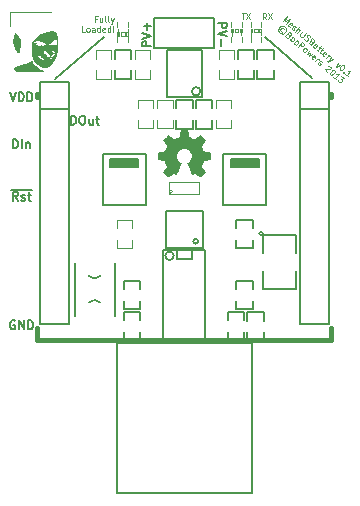
<source format=gto>
G04 (created by PCBNEW (2013-mar-13)-testing) date Sun 15 Sep 2013 23:58:05 EST*
%MOIN*%
G04 Gerber Fmt 3.4, Leading zero omitted, Abs format*
%FSLAX34Y34*%
G01*
G70*
G90*
G04 APERTURE LIST*
%ADD10C,0.005906*%
%ADD11C,0.007382*%
%ADD12C,0.006398*%
%ADD13C,0.004921*%
%ADD14C,0.005000*%
%ADD15C,0.006000*%
%ADD16C,0.006500*%
%ADD17C,0.008000*%
%ADD18C,0.004700*%
%ADD19C,0.004000*%
%ADD20C,0.002600*%
%ADD21C,0.003100*%
%ADD22C,0.000100*%
%ADD23C,0.015000*%
%ADD24C,0.003445*%
G04 APERTURE END LIST*
G54D10*
G54D11*
X399Y9854D02*
X300Y9995D01*
X230Y9854D02*
X230Y10149D01*
X343Y10149D01*
X371Y10135D01*
X385Y10121D01*
X399Y10093D01*
X399Y10051D01*
X385Y10023D01*
X371Y10009D01*
X343Y9995D01*
X230Y9995D01*
X511Y9868D02*
X539Y9854D01*
X596Y9854D01*
X624Y9868D01*
X638Y9896D01*
X638Y9910D01*
X624Y9938D01*
X596Y9953D01*
X553Y9953D01*
X525Y9967D01*
X511Y9995D01*
X511Y10009D01*
X525Y10037D01*
X553Y10051D01*
X596Y10051D01*
X624Y10037D01*
X722Y10051D02*
X835Y10051D01*
X764Y10149D02*
X764Y9896D01*
X778Y9868D01*
X807Y9854D01*
X835Y9854D01*
X160Y10200D02*
X863Y10200D01*
X230Y11597D02*
X230Y11892D01*
X300Y11892D01*
X343Y11878D01*
X371Y11850D01*
X385Y11822D01*
X399Y11765D01*
X399Y11723D01*
X385Y11667D01*
X371Y11639D01*
X343Y11611D01*
X300Y11597D01*
X230Y11597D01*
X525Y11597D02*
X525Y11892D01*
X666Y11793D02*
X666Y11597D01*
X666Y11765D02*
X680Y11779D01*
X708Y11793D01*
X750Y11793D01*
X778Y11779D01*
X793Y11751D01*
X793Y11597D01*
X2164Y12384D02*
X2164Y12679D01*
X2234Y12679D01*
X2276Y12665D01*
X2304Y12637D01*
X2318Y12609D01*
X2332Y12553D01*
X2332Y12511D01*
X2318Y12454D01*
X2304Y12426D01*
X2276Y12398D01*
X2234Y12384D01*
X2164Y12384D01*
X2515Y12679D02*
X2571Y12679D01*
X2600Y12665D01*
X2628Y12637D01*
X2642Y12581D01*
X2642Y12482D01*
X2628Y12426D01*
X2600Y12398D01*
X2571Y12384D01*
X2515Y12384D01*
X2487Y12398D01*
X2459Y12426D01*
X2445Y12482D01*
X2445Y12581D01*
X2459Y12637D01*
X2487Y12665D01*
X2515Y12679D01*
X2895Y12581D02*
X2895Y12384D01*
X2768Y12581D02*
X2768Y12426D01*
X2782Y12398D01*
X2811Y12384D01*
X2853Y12384D01*
X2881Y12398D01*
X2895Y12412D01*
X2993Y12581D02*
X3106Y12581D01*
X3035Y12679D02*
X3035Y12426D01*
X3050Y12398D01*
X3078Y12384D01*
X3106Y12384D01*
X286Y5844D02*
X258Y5858D01*
X216Y5858D01*
X174Y5844D01*
X146Y5816D01*
X132Y5788D01*
X118Y5732D01*
X118Y5689D01*
X132Y5633D01*
X146Y5605D01*
X174Y5577D01*
X216Y5563D01*
X244Y5563D01*
X286Y5577D01*
X300Y5591D01*
X300Y5689D01*
X244Y5689D01*
X427Y5563D02*
X427Y5858D01*
X596Y5563D01*
X596Y5858D01*
X736Y5563D02*
X736Y5858D01*
X807Y5858D01*
X849Y5844D01*
X877Y5816D01*
X891Y5788D01*
X905Y5732D01*
X905Y5689D01*
X891Y5633D01*
X877Y5605D01*
X849Y5577D01*
X807Y5563D01*
X736Y5563D01*
G54D12*
X118Y13467D02*
X216Y13171D01*
X314Y13467D01*
X413Y13171D02*
X413Y13467D01*
X483Y13467D01*
X525Y13453D01*
X553Y13425D01*
X568Y13396D01*
X582Y13340D01*
X582Y13298D01*
X568Y13242D01*
X553Y13214D01*
X525Y13185D01*
X483Y13171D01*
X413Y13171D01*
X708Y13171D02*
X708Y13467D01*
X778Y13467D01*
X821Y13453D01*
X849Y13425D01*
X863Y13396D01*
X877Y13340D01*
X877Y13298D01*
X863Y13242D01*
X849Y13214D01*
X821Y13185D01*
X778Y13171D01*
X708Y13171D01*
G54D13*
X8667Y15891D02*
X8602Y15985D01*
X8555Y15891D02*
X8555Y16088D01*
X8630Y16088D01*
X8649Y16078D01*
X8658Y16069D01*
X8667Y16050D01*
X8667Y16022D01*
X8658Y16003D01*
X8649Y15994D01*
X8630Y15985D01*
X8555Y15985D01*
X8733Y16088D02*
X8864Y15891D01*
X8864Y16088D02*
X8733Y15891D01*
X7850Y16088D02*
X7962Y16088D01*
X7906Y15891D02*
X7906Y16088D01*
X8009Y16088D02*
X8140Y15891D01*
X8140Y16088D02*
X8009Y15891D01*
X3023Y15903D02*
X2958Y15903D01*
X2958Y15800D02*
X2958Y15997D01*
X3051Y15997D01*
X3211Y15931D02*
X3211Y15800D01*
X3126Y15931D02*
X3126Y15828D01*
X3136Y15810D01*
X3154Y15800D01*
X3182Y15800D01*
X3201Y15810D01*
X3211Y15819D01*
X3332Y15800D02*
X3314Y15810D01*
X3304Y15828D01*
X3304Y15997D01*
X3436Y15800D02*
X3417Y15810D01*
X3407Y15828D01*
X3407Y15997D01*
X3492Y15931D02*
X3539Y15800D01*
X3586Y15931D02*
X3539Y15800D01*
X3520Y15753D01*
X3511Y15744D01*
X3492Y15735D01*
X2620Y15475D02*
X2526Y15475D01*
X2526Y15672D01*
X2714Y15475D02*
X2695Y15485D01*
X2686Y15494D01*
X2676Y15513D01*
X2676Y15569D01*
X2686Y15588D01*
X2695Y15597D01*
X2714Y15607D01*
X2742Y15607D01*
X2761Y15597D01*
X2770Y15588D01*
X2779Y15569D01*
X2779Y15513D01*
X2770Y15494D01*
X2761Y15485D01*
X2742Y15475D01*
X2714Y15475D01*
X2948Y15475D02*
X2948Y15579D01*
X2939Y15597D01*
X2920Y15607D01*
X2883Y15607D01*
X2864Y15597D01*
X2948Y15485D02*
X2929Y15475D01*
X2883Y15475D01*
X2864Y15485D01*
X2854Y15504D01*
X2854Y15522D01*
X2864Y15541D01*
X2883Y15550D01*
X2929Y15550D01*
X2948Y15560D01*
X3126Y15475D02*
X3126Y15672D01*
X3126Y15485D02*
X3107Y15475D01*
X3070Y15475D01*
X3051Y15485D01*
X3042Y15494D01*
X3032Y15513D01*
X3032Y15569D01*
X3042Y15588D01*
X3051Y15597D01*
X3070Y15607D01*
X3107Y15607D01*
X3126Y15597D01*
X3295Y15485D02*
X3276Y15475D01*
X3239Y15475D01*
X3220Y15485D01*
X3211Y15504D01*
X3211Y15579D01*
X3220Y15597D01*
X3239Y15607D01*
X3276Y15607D01*
X3295Y15597D01*
X3304Y15579D01*
X3304Y15560D01*
X3211Y15541D01*
X3473Y15475D02*
X3473Y15672D01*
X3473Y15485D02*
X3454Y15475D01*
X3417Y15475D01*
X3398Y15485D01*
X3389Y15494D01*
X3379Y15513D01*
X3379Y15569D01*
X3389Y15588D01*
X3398Y15597D01*
X3417Y15607D01*
X3454Y15607D01*
X3473Y15597D01*
X3567Y15494D02*
X3576Y15485D01*
X3567Y15475D01*
X3557Y15485D01*
X3567Y15494D01*
X3567Y15475D01*
X3567Y15550D02*
X3557Y15663D01*
X3567Y15672D01*
X3576Y15663D01*
X3567Y15550D01*
X3567Y15672D01*
G54D11*
X4818Y14999D02*
X4523Y14999D01*
X4523Y15111D01*
X4537Y15139D01*
X4551Y15153D01*
X4579Y15167D01*
X4621Y15167D01*
X4649Y15153D01*
X4663Y15139D01*
X4678Y15111D01*
X4678Y14999D01*
X4523Y15252D02*
X4818Y15350D01*
X4523Y15449D01*
X4706Y15547D02*
X4706Y15772D01*
X4818Y15660D02*
X4593Y15660D01*
X7051Y15772D02*
X7346Y15772D01*
X7346Y15660D01*
X7332Y15631D01*
X7318Y15617D01*
X7290Y15603D01*
X7248Y15603D01*
X7220Y15617D01*
X7206Y15631D01*
X7192Y15660D01*
X7192Y15772D01*
X7346Y15519D02*
X7051Y15420D01*
X7346Y15322D01*
X7163Y15224D02*
X7163Y14999D01*
G54D13*
X9224Y15838D02*
X9352Y15988D01*
X9310Y15838D01*
X9452Y15903D01*
X9324Y15753D01*
X9458Y15651D02*
X9438Y15656D01*
X9409Y15680D01*
X9401Y15699D01*
X9406Y15720D01*
X9455Y15777D01*
X9474Y15785D01*
X9495Y15780D01*
X9523Y15755D01*
X9531Y15736D01*
X9526Y15716D01*
X9514Y15702D01*
X9431Y15748D01*
X9522Y15596D02*
X9530Y15577D01*
X9559Y15552D01*
X9579Y15547D01*
X9599Y15555D01*
X9605Y15562D01*
X9610Y15583D01*
X9602Y15602D01*
X9580Y15620D01*
X9572Y15640D01*
X9577Y15660D01*
X9583Y15667D01*
X9603Y15675D01*
X9623Y15670D01*
X9644Y15652D01*
X9652Y15633D01*
X9645Y15479D02*
X9772Y15629D01*
X9709Y15424D02*
X9776Y15503D01*
X9781Y15523D01*
X9773Y15542D01*
X9751Y15561D01*
X9731Y15566D01*
X9718Y15565D01*
X9908Y15513D02*
X9804Y15392D01*
X9799Y15372D01*
X9800Y15358D01*
X9808Y15339D01*
X9837Y15315D01*
X9857Y15310D01*
X9871Y15311D01*
X9890Y15319D01*
X9993Y15440D01*
X9936Y15243D02*
X9951Y15217D01*
X9987Y15187D01*
X10007Y15182D01*
X10020Y15183D01*
X10040Y15191D01*
X10052Y15205D01*
X10057Y15226D01*
X10056Y15239D01*
X10048Y15258D01*
X10025Y15290D01*
X10017Y15309D01*
X10016Y15322D01*
X10021Y15343D01*
X10033Y15357D01*
X10052Y15365D01*
X10066Y15366D01*
X10086Y15361D01*
X10122Y15331D01*
X10137Y15305D01*
X10196Y15144D02*
X10211Y15118D01*
X10213Y15105D01*
X10207Y15085D01*
X10189Y15063D01*
X10170Y15055D01*
X10157Y15054D01*
X10136Y15059D01*
X10079Y15108D01*
X10207Y15257D01*
X10257Y15215D01*
X10265Y15196D01*
X10266Y15182D01*
X10261Y15162D01*
X10249Y15148D01*
X10230Y15140D01*
X10217Y15139D01*
X10196Y15144D01*
X10146Y15186D01*
X10293Y14925D02*
X10360Y15004D01*
X10365Y15024D01*
X10357Y15043D01*
X10329Y15068D01*
X10308Y15073D01*
X10299Y14932D02*
X10279Y14937D01*
X10243Y14968D01*
X10235Y14987D01*
X10240Y15007D01*
X10252Y15022D01*
X10272Y15030D01*
X10292Y15025D01*
X10328Y14994D01*
X10348Y14989D01*
X10428Y14982D02*
X10485Y14934D01*
X10492Y15014D02*
X10383Y14886D01*
X10378Y14865D01*
X10386Y14846D01*
X10400Y14834D01*
X10514Y14909D02*
X10571Y14861D01*
X10578Y14941D02*
X10468Y14813D01*
X10463Y14792D01*
X10471Y14773D01*
X10486Y14761D01*
X10599Y14677D02*
X10578Y14682D01*
X10550Y14706D01*
X10542Y14725D01*
X10547Y14746D01*
X10595Y14803D01*
X10615Y14811D01*
X10635Y14806D01*
X10664Y14781D01*
X10672Y14762D01*
X10667Y14742D01*
X10654Y14728D01*
X10571Y14774D01*
X10664Y14609D02*
X10749Y14708D01*
X10725Y14680D02*
X10744Y14688D01*
X10757Y14689D01*
X10778Y14684D01*
X10792Y14672D01*
X10827Y14641D02*
X10778Y14511D01*
X10899Y14581D02*
X10778Y14511D01*
X10733Y14488D01*
X10720Y14487D01*
X10700Y14492D01*
X11056Y14447D02*
X11006Y14316D01*
X11127Y14386D01*
X11255Y14363D02*
X11269Y14350D01*
X11277Y14331D01*
X11278Y14318D01*
X11273Y14298D01*
X11256Y14263D01*
X11226Y14227D01*
X11194Y14205D01*
X11175Y14197D01*
X11162Y14196D01*
X11141Y14201D01*
X11127Y14213D01*
X11119Y14232D01*
X11118Y14245D01*
X11123Y14266D01*
X11140Y14300D01*
X11171Y14336D01*
X11202Y14358D01*
X11221Y14367D01*
X11235Y14368D01*
X11255Y14363D01*
X11253Y14130D02*
X11254Y14117D01*
X11241Y14115D01*
X11240Y14129D01*
X11253Y14130D01*
X11241Y14115D01*
X11391Y13988D02*
X11305Y14061D01*
X11348Y14024D02*
X11476Y14174D01*
X11443Y14165D01*
X11417Y14163D01*
X11397Y14168D01*
X9274Y15565D02*
X9266Y15585D01*
X9238Y15609D01*
X9217Y15614D01*
X9191Y15612D01*
X9172Y15604D01*
X9147Y15575D01*
X9142Y15555D01*
X9144Y15529D01*
X9152Y15509D01*
X9181Y15485D01*
X9201Y15480D01*
X9295Y15647D02*
X9253Y15670D01*
X9199Y15679D01*
X9147Y15662D01*
X9110Y15632D01*
X9086Y15590D01*
X9077Y15537D01*
X9095Y15485D01*
X9124Y15447D01*
X9166Y15424D01*
X9220Y15415D01*
X9272Y15432D01*
X9309Y15462D01*
X9332Y15503D01*
X9342Y15557D01*
X9324Y15609D01*
X9295Y15647D01*
X9429Y15371D02*
X9445Y15346D01*
X9446Y15333D01*
X9441Y15313D01*
X9422Y15291D01*
X9403Y15283D01*
X9390Y15282D01*
X9369Y15287D01*
X9312Y15336D01*
X9440Y15485D01*
X9490Y15443D01*
X9498Y15423D01*
X9499Y15410D01*
X9494Y15390D01*
X9482Y15376D01*
X9463Y15367D01*
X9450Y15366D01*
X9429Y15371D01*
X9379Y15414D01*
X9483Y15190D02*
X9475Y15209D01*
X9474Y15222D01*
X9479Y15242D01*
X9516Y15285D01*
X9535Y15293D01*
X9548Y15294D01*
X9569Y15289D01*
X9590Y15271D01*
X9598Y15252D01*
X9599Y15239D01*
X9594Y15218D01*
X9558Y15175D01*
X9538Y15167D01*
X9525Y15166D01*
X9505Y15171D01*
X9483Y15190D01*
X9598Y15092D02*
X9725Y15242D01*
X9677Y15185D02*
X9697Y15180D01*
X9726Y15155D01*
X9734Y15136D01*
X9735Y15123D01*
X9730Y15103D01*
X9693Y15060D01*
X9674Y15052D01*
X9661Y15051D01*
X9640Y15056D01*
X9612Y15080D01*
X9604Y15099D01*
X9733Y14976D02*
X9861Y15126D01*
X9918Y15077D01*
X9926Y15058D01*
X9927Y15045D01*
X9922Y15025D01*
X9904Y15003D01*
X9884Y14995D01*
X9871Y14994D01*
X9851Y14999D01*
X9794Y15048D01*
X9904Y14830D02*
X9896Y14850D01*
X9895Y14863D01*
X9900Y14883D01*
X9936Y14926D01*
X9956Y14934D01*
X9969Y14935D01*
X9989Y14930D01*
X10011Y14912D01*
X10019Y14893D01*
X10020Y14879D01*
X10015Y14859D01*
X9978Y14816D01*
X9959Y14808D01*
X9946Y14807D01*
X9925Y14812D01*
X9904Y14830D01*
X10089Y14845D02*
X10032Y14721D01*
X10122Y14768D01*
X10089Y14672D01*
X10203Y14748D01*
X10238Y14557D02*
X10218Y14563D01*
X10189Y14587D01*
X10181Y14606D01*
X10186Y14627D01*
X10235Y14684D01*
X10254Y14692D01*
X10274Y14687D01*
X10303Y14662D01*
X10311Y14643D01*
X10306Y14623D01*
X10294Y14608D01*
X10210Y14655D01*
X10303Y14489D02*
X10388Y14589D01*
X10364Y14561D02*
X10383Y14569D01*
X10397Y14570D01*
X10417Y14565D01*
X10431Y14553D01*
X10395Y14424D02*
X10403Y14404D01*
X10432Y14380D01*
X10452Y14375D01*
X10471Y14383D01*
X10477Y14390D01*
X10482Y14410D01*
X10474Y14430D01*
X10453Y14448D01*
X10445Y14467D01*
X10450Y14488D01*
X10456Y14495D01*
X10475Y14503D01*
X10495Y14498D01*
X10517Y14480D01*
X10525Y14460D01*
X10740Y14351D02*
X10753Y14352D01*
X10773Y14347D01*
X10809Y14316D01*
X10817Y14297D01*
X10818Y14284D01*
X10813Y14264D01*
X10801Y14249D01*
X10775Y14234D01*
X10617Y14222D01*
X10709Y14142D01*
X10930Y14213D02*
X10944Y14201D01*
X10952Y14182D01*
X10953Y14168D01*
X10948Y14148D01*
X10931Y14113D01*
X10901Y14078D01*
X10869Y14055D01*
X10850Y14047D01*
X10837Y14046D01*
X10816Y14051D01*
X10802Y14063D01*
X10794Y14083D01*
X10793Y14096D01*
X10798Y14116D01*
X10815Y14151D01*
X10846Y14186D01*
X10877Y14209D01*
X10896Y14217D01*
X10910Y14218D01*
X10930Y14213D01*
X10995Y13899D02*
X10909Y13972D01*
X10952Y13935D02*
X11080Y14085D01*
X11047Y14076D01*
X11021Y14074D01*
X11000Y14079D01*
X11172Y14006D02*
X11265Y13927D01*
X11166Y13912D01*
X11188Y13894D01*
X11196Y13875D01*
X11197Y13862D01*
X11192Y13841D01*
X11162Y13806D01*
X11142Y13798D01*
X11129Y13796D01*
X11109Y13802D01*
X11066Y13838D01*
X11058Y13857D01*
X11057Y13871D01*
G54D14*
X8573Y8757D02*
G75*
G03X8573Y8757I-70J0D01*
G74*
G01*
X9652Y8107D02*
X9652Y8707D01*
X9652Y8707D02*
X8552Y8707D01*
X8552Y8707D02*
X8552Y8107D01*
X8552Y7507D02*
X8552Y6907D01*
X8552Y6907D02*
X9652Y6907D01*
X9652Y6907D02*
X9652Y7507D01*
G54D15*
X6945Y15948D02*
X6945Y14948D01*
X6945Y14948D02*
X4945Y14948D01*
X4945Y14948D02*
X4945Y15948D01*
X4945Y15948D02*
X6945Y15948D01*
G54D16*
X6645Y5208D02*
X6645Y8208D01*
X5245Y8208D02*
X5245Y5208D01*
X6645Y5208D02*
X5245Y5208D01*
G54D15*
X5245Y8208D02*
X6645Y8208D01*
G54D14*
X5586Y8008D02*
G75*
G03X5586Y8008I-141J0D01*
G74*
G01*
X6195Y8208D02*
X6195Y7908D01*
X6195Y7908D02*
X5695Y7908D01*
X5695Y7908D02*
X5695Y8208D01*
G54D15*
X6399Y8493D02*
G75*
G03X6399Y8493I-79J0D01*
G74*
G01*
G54D17*
X5335Y8893D02*
X5335Y8283D01*
X5335Y8283D02*
X6555Y8283D01*
X6555Y8283D02*
X6555Y9503D01*
X6555Y9503D02*
X5335Y9503D01*
X5335Y9503D02*
X5335Y8893D01*
G54D10*
X2755Y7338D02*
G75*
G03X3137Y7334I192J188D01*
G74*
G01*
X3141Y6456D02*
G75*
G03X2759Y6460I-192J-188D01*
G74*
G01*
X2279Y7783D02*
X2279Y6011D01*
X3618Y7783D02*
X3618Y6011D01*
X2086Y12911D02*
X1141Y12911D01*
X1141Y5726D02*
X1141Y13797D01*
X1141Y13797D02*
X2086Y13797D01*
X2086Y13797D02*
X2086Y5726D01*
X2086Y5726D02*
X1141Y5726D01*
X10748Y12911D02*
X9803Y12911D01*
X9803Y5726D02*
X9803Y13797D01*
X9803Y13797D02*
X10748Y13797D01*
X10748Y13797D02*
X10748Y5726D01*
X10748Y5726D02*
X9803Y5726D01*
X8425Y11196D02*
X7488Y11196D01*
X7484Y11149D02*
X8425Y11149D01*
X8413Y11051D02*
X7484Y11051D01*
X7480Y11003D02*
X8421Y11003D01*
X7480Y11098D02*
X8425Y11098D01*
X7480Y10960D02*
X7480Y11236D01*
X7480Y11236D02*
X8425Y11236D01*
X8425Y11236D02*
X8425Y10960D01*
X8425Y10960D02*
X7480Y10960D01*
X7240Y11417D02*
X8665Y11417D01*
X8665Y11417D02*
X8665Y9716D01*
X8665Y9716D02*
X7240Y9716D01*
X7240Y9716D02*
X7240Y11417D01*
X4410Y11192D02*
X3473Y11192D01*
X3469Y11145D02*
X4410Y11145D01*
X4398Y11047D02*
X3469Y11047D01*
X3465Y11000D02*
X4406Y11000D01*
X3465Y11094D02*
X4410Y11094D01*
X3465Y10956D02*
X3465Y11232D01*
X3465Y11232D02*
X4410Y11232D01*
X4410Y11232D02*
X4410Y10956D01*
X4410Y10956D02*
X3465Y10956D01*
X3225Y11413D02*
X4650Y11413D01*
X4650Y11413D02*
X4650Y9712D01*
X4650Y9712D02*
X3225Y9712D01*
X3225Y9712D02*
X3225Y11413D01*
X6474Y13492D02*
G75*
G03X6474Y13492I-139J0D01*
G74*
G01*
X5354Y13295D02*
X5354Y14885D01*
X5354Y14885D02*
X6535Y14885D01*
X6535Y14885D02*
X6535Y13295D01*
X6535Y13295D02*
X5354Y13295D01*
G54D18*
X4283Y14192D02*
X4283Y13917D01*
X4283Y14586D02*
X4283Y14861D01*
X4795Y14192D02*
X4795Y13917D01*
X4795Y14861D02*
X4795Y14586D01*
X4789Y13917D02*
X4289Y13917D01*
X4289Y14861D02*
X4789Y14861D01*
X5039Y12531D02*
X5039Y12256D01*
X5039Y12925D02*
X5039Y13200D01*
X5551Y12531D02*
X5551Y12256D01*
X5551Y13200D02*
X5551Y12925D01*
X5545Y12256D02*
X5045Y12256D01*
X5045Y13200D02*
X5545Y13200D01*
X2984Y14192D02*
X2984Y13917D01*
X2984Y14586D02*
X2984Y14861D01*
X3496Y14192D02*
X3496Y13917D01*
X3496Y14861D02*
X3496Y14586D01*
X3490Y13917D02*
X2990Y13917D01*
X2990Y14861D02*
X3490Y14861D01*
X7606Y14586D02*
X7606Y14861D01*
X7606Y14192D02*
X7606Y13917D01*
X7094Y14586D02*
X7094Y14861D01*
X7094Y13917D02*
X7094Y14192D01*
X7100Y14861D02*
X7600Y14861D01*
X7600Y13917D02*
X7100Y13917D01*
X6992Y12531D02*
X6992Y12256D01*
X6992Y12925D02*
X6992Y13200D01*
X7504Y12531D02*
X7504Y12256D01*
X7504Y13200D02*
X7504Y12925D01*
X7498Y12256D02*
X6998Y12256D01*
X6998Y13200D02*
X7498Y13200D01*
X4389Y12531D02*
X4389Y12256D01*
X4389Y12925D02*
X4389Y13200D01*
X4901Y12531D02*
X4901Y12256D01*
X4901Y13200D02*
X4901Y12925D01*
X4895Y12256D02*
X4395Y12256D01*
X4395Y13200D02*
X4895Y13200D01*
X3681Y8539D02*
X3681Y8264D01*
X3681Y8933D02*
X3681Y9208D01*
X4193Y8539D02*
X4193Y8264D01*
X4193Y9208D02*
X4193Y8933D01*
X4187Y8264D02*
X3687Y8264D01*
X3687Y9208D02*
X4187Y9208D01*
G54D19*
X8167Y15354D02*
X8167Y15578D01*
X8482Y15358D02*
X8482Y15574D01*
G54D20*
X8501Y15645D02*
X8501Y15802D01*
X8147Y15645D02*
X8147Y15802D01*
X8501Y15134D02*
X8501Y15291D01*
X8147Y15134D02*
X8147Y15291D01*
X8147Y15468D02*
X8206Y15468D01*
X8206Y15468D02*
X8206Y15586D01*
X8147Y15586D02*
X8206Y15586D01*
X8147Y15468D02*
X8147Y15586D01*
X8442Y15468D02*
X8501Y15468D01*
X8501Y15468D02*
X8501Y15586D01*
X8442Y15586D02*
X8501Y15586D01*
X8442Y15468D02*
X8442Y15586D01*
X8265Y15468D02*
X8383Y15468D01*
X8383Y15468D02*
X8383Y15586D01*
X8265Y15586D02*
X8383Y15586D01*
X8265Y15468D02*
X8265Y15586D01*
G54D19*
X7517Y15354D02*
X7517Y15578D01*
X7832Y15358D02*
X7832Y15574D01*
G54D20*
X7852Y15645D02*
X7852Y15802D01*
X7498Y15645D02*
X7498Y15802D01*
X7852Y15134D02*
X7852Y15291D01*
X7498Y15134D02*
X7498Y15291D01*
X7498Y15468D02*
X7557Y15468D01*
X7557Y15468D02*
X7557Y15586D01*
X7498Y15586D02*
X7557Y15586D01*
X7498Y15468D02*
X7498Y15586D01*
X7793Y15468D02*
X7852Y15468D01*
X7852Y15468D02*
X7852Y15586D01*
X7793Y15586D02*
X7852Y15586D01*
X7793Y15468D02*
X7793Y15586D01*
X7616Y15468D02*
X7734Y15468D01*
X7734Y15468D02*
X7734Y15586D01*
X7616Y15586D02*
X7734Y15586D01*
X7616Y15468D02*
X7616Y15586D01*
G54D19*
X4047Y15582D02*
X4047Y15358D01*
X3732Y15578D02*
X3732Y15362D01*
G54D20*
X3712Y15291D02*
X3712Y15134D01*
X4066Y15291D02*
X4066Y15134D01*
X3712Y15802D02*
X3712Y15645D01*
X4066Y15802D02*
X4066Y15645D01*
X4066Y15468D02*
X4007Y15468D01*
X4007Y15468D02*
X4007Y15350D01*
X4066Y15350D02*
X4007Y15350D01*
X4066Y15468D02*
X4066Y15350D01*
X3771Y15468D02*
X3712Y15468D01*
X3712Y15468D02*
X3712Y15350D01*
X3771Y15350D02*
X3712Y15350D01*
X3771Y15468D02*
X3771Y15350D01*
X3948Y15468D02*
X3830Y15468D01*
X3830Y15468D02*
X3830Y15350D01*
X3948Y15350D02*
X3830Y15350D01*
X3948Y15468D02*
X3948Y15350D01*
G54D14*
X4475Y5858D02*
X4475Y6136D01*
X4475Y6136D02*
X3925Y6136D01*
X3925Y6136D02*
X3925Y5858D01*
X4475Y5186D02*
X4475Y5464D01*
X4475Y5186D02*
X3925Y5186D01*
X3925Y5186D02*
X3925Y5464D01*
X7394Y5464D02*
X7394Y5186D01*
X7394Y5186D02*
X7944Y5186D01*
X7944Y5186D02*
X7944Y5464D01*
X7394Y6136D02*
X7394Y5858D01*
X7394Y6136D02*
X7944Y6136D01*
X7944Y6136D02*
X7944Y5858D01*
X8227Y6905D02*
X8227Y7183D01*
X8227Y7183D02*
X7677Y7183D01*
X7677Y7183D02*
X7677Y6905D01*
X8227Y6233D02*
X8227Y6511D01*
X8227Y6233D02*
X7677Y6233D01*
X7677Y6233D02*
X7677Y6511D01*
X5670Y12531D02*
X5670Y12253D01*
X5670Y12253D02*
X6220Y12253D01*
X6220Y12253D02*
X6220Y12531D01*
X5670Y13203D02*
X5670Y12925D01*
X5670Y13203D02*
X6220Y13203D01*
X6220Y13203D02*
X6220Y12925D01*
X6869Y12925D02*
X6869Y13203D01*
X6869Y13203D02*
X6319Y13203D01*
X6319Y13203D02*
X6319Y12925D01*
X6869Y12253D02*
X6869Y12531D01*
X6869Y12253D02*
X6319Y12253D01*
X6319Y12253D02*
X6319Y12531D01*
X8227Y8929D02*
X8227Y9207D01*
X8227Y9207D02*
X7677Y9207D01*
X7677Y9207D02*
X7677Y8929D01*
X8227Y8257D02*
X8227Y8535D01*
X8227Y8257D02*
X7677Y8257D01*
X7677Y8257D02*
X7677Y8535D01*
X8374Y14192D02*
X8374Y13914D01*
X8374Y13914D02*
X8924Y13914D01*
X8924Y13914D02*
X8924Y14192D01*
X8374Y14864D02*
X8374Y14586D01*
X8374Y14864D02*
X8924Y14864D01*
X8924Y14864D02*
X8924Y14586D01*
X7725Y14192D02*
X7725Y13914D01*
X7725Y13914D02*
X8275Y13914D01*
X8275Y13914D02*
X8275Y14192D01*
X7725Y14864D02*
X7725Y14586D01*
X7725Y14864D02*
X8275Y14864D01*
X8275Y14864D02*
X8275Y14586D01*
X8593Y5854D02*
X8593Y6132D01*
X8593Y6132D02*
X8043Y6132D01*
X8043Y6132D02*
X8043Y5854D01*
X8593Y5182D02*
X8593Y5460D01*
X8593Y5182D02*
X8043Y5182D01*
X8043Y5182D02*
X8043Y5460D01*
X3925Y6511D02*
X3925Y6233D01*
X3925Y6233D02*
X4475Y6233D01*
X4475Y6233D02*
X4475Y6511D01*
X3925Y7183D02*
X3925Y6905D01*
X3925Y7183D02*
X4475Y7183D01*
X4475Y7183D02*
X4475Y6905D01*
X3614Y14192D02*
X3614Y13914D01*
X3614Y13914D02*
X4164Y13914D01*
X4164Y13914D02*
X4164Y14192D01*
X3614Y14864D02*
X3614Y14586D01*
X3614Y14864D02*
X4164Y14864D01*
X4164Y14864D02*
X4164Y14586D01*
G54D21*
X5544Y10145D02*
G75*
G03X5544Y10145I-62J0D01*
G74*
G01*
X6445Y10483D02*
X6445Y10083D01*
X5420Y10483D02*
X5420Y10083D01*
X6445Y10083D02*
X5420Y10083D01*
X5420Y10483D02*
X6445Y10483D01*
G54D10*
X8185Y102D02*
X8185Y5102D01*
X8185Y5102D02*
X3705Y5102D01*
X3705Y5102D02*
X3705Y102D01*
X3705Y102D02*
X8185Y102D01*
G54D22*
G36*
X1993Y16114D02*
X1085Y16105D01*
X177Y16095D01*
X167Y15104D01*
X158Y14113D01*
X150Y15121D01*
X143Y16129D01*
X1068Y16122D01*
X1993Y16114D01*
X1993Y16114D01*
X1993Y16114D01*
G37*
G36*
X1276Y14163D02*
X1244Y14149D01*
X1151Y14138D01*
X1005Y14132D01*
X814Y14129D01*
X628Y14130D01*
X497Y14134D01*
X409Y14141D01*
X352Y14154D01*
X315Y14175D01*
X293Y14196D01*
X260Y14237D01*
X263Y14265D01*
X310Y14296D01*
X384Y14329D01*
X498Y14372D01*
X609Y14402D01*
X643Y14408D01*
X727Y14431D01*
X780Y14472D01*
X781Y14473D01*
X827Y14507D01*
X880Y14499D01*
X909Y14456D01*
X909Y14451D01*
X935Y14410D01*
X998Y14353D01*
X1026Y14334D01*
X1098Y14278D01*
X1139Y14235D01*
X1143Y14225D01*
X1170Y14202D01*
X1209Y14196D01*
X1263Y14182D01*
X1276Y14163D01*
X1276Y14163D01*
X1276Y14163D01*
G37*
G36*
X1735Y14962D02*
X1725Y14806D01*
X1708Y14707D01*
X1708Y15148D01*
X1708Y15205D01*
X1684Y15229D01*
X1633Y15212D01*
X1561Y15169D01*
X1491Y15118D01*
X1447Y15075D01*
X1443Y15063D01*
X1471Y15039D01*
X1539Y15030D01*
X1620Y15039D01*
X1656Y15050D01*
X1690Y15086D01*
X1708Y15148D01*
X1708Y14707D01*
X1702Y14672D01*
X1674Y14594D01*
X1638Y14537D01*
X1638Y14751D01*
X1620Y14798D01*
X1568Y14833D01*
X1517Y14858D01*
X1515Y14848D01*
X1556Y14801D01*
X1590Y14751D01*
X1583Y14730D01*
X1582Y14729D01*
X1542Y14703D01*
X1497Y14637D01*
X1493Y14630D01*
X1465Y14572D01*
X1465Y14679D01*
X1444Y14724D01*
X1425Y14729D01*
X1381Y14756D01*
X1356Y14795D01*
X1320Y14840D01*
X1318Y14840D01*
X1318Y15065D01*
X1311Y15092D01*
X1268Y15120D01*
X1189Y15142D01*
X1095Y15156D01*
X1010Y15160D01*
X953Y15151D01*
X943Y15138D01*
X971Y15119D01*
X1034Y15118D01*
X1126Y15131D01*
X1043Y15093D01*
X986Y15065D01*
X988Y15046D01*
X1026Y15028D01*
X1100Y15002D01*
X1136Y15008D01*
X1154Y15038D01*
X1178Y15061D01*
X1198Y15042D01*
X1243Y15018D01*
X1292Y15030D01*
X1318Y15065D01*
X1318Y14840D01*
X1276Y14828D01*
X1249Y14799D01*
X1270Y14764D01*
X1308Y14732D01*
X1390Y14669D01*
X1291Y14654D01*
X1241Y14645D01*
X1249Y14639D01*
X1320Y14635D01*
X1329Y14634D01*
X1421Y14638D01*
X1461Y14661D01*
X1465Y14679D01*
X1465Y14572D01*
X1462Y14565D01*
X1464Y14544D01*
X1492Y14551D01*
X1537Y14590D01*
X1543Y14612D01*
X1566Y14668D01*
X1593Y14696D01*
X1638Y14751D01*
X1638Y14537D01*
X1569Y14425D01*
X1457Y14317D01*
X1340Y14273D01*
X1295Y14280D01*
X1295Y14542D01*
X1256Y14568D01*
X1251Y14570D01*
X1193Y14614D01*
X1176Y14651D01*
X1149Y14691D01*
X1126Y14696D01*
X1081Y14685D01*
X1076Y14675D01*
X1102Y14632D01*
X1162Y14582D01*
X1231Y14542D01*
X1273Y14532D01*
X1295Y14542D01*
X1295Y14280D01*
X1276Y14282D01*
X1276Y14479D01*
X1259Y14496D01*
X1243Y14479D01*
X1259Y14463D01*
X1276Y14479D01*
X1276Y14282D01*
X1243Y14286D01*
X1075Y14361D01*
X961Y14450D01*
X892Y14566D01*
X862Y14722D01*
X860Y14896D01*
X870Y15146D01*
X1040Y15299D01*
X1154Y15392D01*
X1257Y15448D01*
X1376Y15482D01*
X1399Y15486D01*
X1511Y15503D01*
X1580Y15502D01*
X1628Y15481D01*
X1655Y15458D01*
X1693Y15388D01*
X1718Y15271D01*
X1733Y15123D01*
X1735Y14962D01*
X1735Y14962D01*
X1735Y14962D01*
G37*
G36*
X1770Y14548D02*
X1764Y14521D01*
X1753Y14519D01*
X1749Y14572D01*
X1749Y14579D01*
X1754Y14631D01*
X1764Y14626D01*
X1766Y14621D01*
X1770Y14548D01*
X1770Y14548D01*
X1770Y14548D01*
G37*
G36*
X501Y15166D02*
X500Y15070D01*
X493Y15004D01*
X473Y14863D01*
X451Y14782D01*
X421Y14756D01*
X380Y14777D01*
X353Y14804D01*
X292Y14902D01*
X248Y15026D01*
X229Y15151D01*
X240Y15252D01*
X249Y15272D01*
X277Y15345D01*
X281Y15388D01*
X288Y15428D01*
X326Y15424D01*
X381Y15382D01*
X438Y15314D01*
X482Y15238D01*
X501Y15166D01*
X501Y15166D01*
X501Y15166D01*
G37*
G36*
X709Y14946D02*
X693Y14929D01*
X676Y14946D01*
X693Y14963D01*
X709Y14946D01*
X709Y14946D01*
X709Y14946D01*
G37*
G36*
X1309Y14779D02*
X1293Y14763D01*
X1276Y14779D01*
X1293Y14796D01*
X1309Y14779D01*
X1309Y14779D01*
X1309Y14779D01*
G37*
G36*
X1665Y15152D02*
X1660Y15132D01*
X1643Y15129D01*
X1615Y15142D01*
X1620Y15152D01*
X1660Y15156D01*
X1665Y15152D01*
X1665Y15152D01*
X1665Y15152D01*
G37*
G36*
X5408Y10622D02*
X5418Y10626D01*
X5438Y10640D01*
X5468Y10659D01*
X5503Y10682D01*
X5538Y10706D01*
X5567Y10725D01*
X5587Y10738D01*
X5595Y10743D01*
X5600Y10741D01*
X5617Y10733D01*
X5641Y10721D01*
X5655Y10713D01*
X5677Y10704D01*
X5688Y10702D01*
X5690Y10705D01*
X5698Y10722D01*
X5711Y10751D01*
X5728Y10789D01*
X5747Y10834D01*
X5767Y10883D01*
X5788Y10932D01*
X5807Y10979D01*
X5825Y11022D01*
X5839Y11056D01*
X5848Y11080D01*
X5851Y11091D01*
X5850Y11093D01*
X5839Y11104D01*
X5820Y11118D01*
X5778Y11152D01*
X5736Y11204D01*
X5711Y11262D01*
X5703Y11328D01*
X5710Y11388D01*
X5734Y11446D01*
X5774Y11498D01*
X5823Y11537D01*
X5881Y11561D01*
X5945Y11569D01*
X6006Y11562D01*
X6066Y11539D01*
X6118Y11499D01*
X6140Y11474D01*
X6170Y11421D01*
X6188Y11365D01*
X6190Y11350D01*
X6187Y11288D01*
X6169Y11228D01*
X6136Y11175D01*
X6090Y11131D01*
X6085Y11127D01*
X6063Y11111D01*
X6049Y11100D01*
X6038Y11091D01*
X6117Y10901D01*
X6130Y10870D01*
X6152Y10818D01*
X6171Y10773D01*
X6186Y10738D01*
X6197Y10714D01*
X6201Y10704D01*
X6202Y10704D01*
X6209Y10702D01*
X6223Y10708D01*
X6250Y10721D01*
X6268Y10730D01*
X6288Y10739D01*
X6297Y10743D01*
X6305Y10739D01*
X6324Y10726D01*
X6352Y10707D01*
X6387Y10684D01*
X6419Y10662D01*
X6449Y10642D01*
X6471Y10628D01*
X6481Y10623D01*
X6483Y10623D01*
X6492Y10628D01*
X6509Y10642D01*
X6535Y10667D01*
X6572Y10703D01*
X6578Y10709D01*
X6608Y10739D01*
X6632Y10765D01*
X6649Y10783D01*
X6655Y10792D01*
X6655Y10792D01*
X6649Y10802D01*
X6636Y10824D01*
X6616Y10854D01*
X6592Y10890D01*
X6529Y10981D01*
X6563Y11068D01*
X6574Y11094D01*
X6587Y11127D01*
X6598Y11150D01*
X6603Y11160D01*
X6612Y11163D01*
X6636Y11169D01*
X6670Y11176D01*
X6711Y11183D01*
X6750Y11191D01*
X6785Y11197D01*
X6811Y11202D01*
X6822Y11204D01*
X6825Y11206D01*
X6827Y11212D01*
X6829Y11224D01*
X6830Y11245D01*
X6830Y11279D01*
X6830Y11328D01*
X6830Y11333D01*
X6830Y11380D01*
X6829Y11417D01*
X6828Y11440D01*
X6826Y11450D01*
X6826Y11450D01*
X6815Y11453D01*
X6790Y11458D01*
X6755Y11465D01*
X6713Y11473D01*
X6710Y11473D01*
X6668Y11482D01*
X6633Y11489D01*
X6609Y11494D01*
X6598Y11498D01*
X6596Y11501D01*
X6588Y11517D01*
X6576Y11543D01*
X6562Y11575D01*
X6548Y11608D01*
X6536Y11637D01*
X6528Y11659D01*
X6526Y11669D01*
X6526Y11670D01*
X6532Y11680D01*
X6547Y11701D01*
X6567Y11731D01*
X6591Y11767D01*
X6593Y11770D01*
X6617Y11805D01*
X6637Y11835D01*
X6650Y11857D01*
X6655Y11866D01*
X6655Y11867D01*
X6647Y11877D01*
X6629Y11897D01*
X6603Y11924D01*
X6572Y11956D01*
X6562Y11965D01*
X6528Y11999D01*
X6504Y12021D01*
X6489Y12033D01*
X6482Y12035D01*
X6481Y12035D01*
X6471Y12029D01*
X6448Y12014D01*
X6418Y11994D01*
X6382Y11969D01*
X6380Y11967D01*
X6344Y11943D01*
X6315Y11923D01*
X6294Y11910D01*
X6285Y11904D01*
X6283Y11904D01*
X6269Y11908D01*
X6243Y11917D01*
X6212Y11929D01*
X6180Y11942D01*
X6150Y11955D01*
X6128Y11965D01*
X6117Y11971D01*
X6117Y11971D01*
X6113Y11984D01*
X6107Y12011D01*
X6099Y12047D01*
X6091Y12090D01*
X6090Y12097D01*
X6082Y12140D01*
X6075Y12175D01*
X6070Y12199D01*
X6068Y12209D01*
X6062Y12210D01*
X6041Y12211D01*
X6010Y12212D01*
X5971Y12213D01*
X5932Y12212D01*
X5893Y12212D01*
X5859Y12210D01*
X5835Y12209D01*
X5825Y12207D01*
X5825Y12206D01*
X5821Y12193D01*
X5816Y12167D01*
X5808Y12130D01*
X5800Y12086D01*
X5798Y12079D01*
X5790Y12037D01*
X5783Y12002D01*
X5778Y11978D01*
X5776Y11969D01*
X5772Y11967D01*
X5754Y11959D01*
X5726Y11948D01*
X5691Y11934D01*
X5610Y11901D01*
X5511Y11969D01*
X5502Y11975D01*
X5466Y11999D01*
X5436Y12019D01*
X5416Y12032D01*
X5408Y12037D01*
X5407Y12037D01*
X5397Y12028D01*
X5377Y12010D01*
X5350Y11983D01*
X5319Y11952D01*
X5296Y11929D01*
X5268Y11901D01*
X5251Y11882D01*
X5242Y11870D01*
X5238Y11863D01*
X5239Y11858D01*
X5245Y11848D01*
X5260Y11826D01*
X5281Y11796D01*
X5305Y11761D01*
X5325Y11731D01*
X5346Y11698D01*
X5360Y11674D01*
X5365Y11663D01*
X5364Y11658D01*
X5357Y11638D01*
X5345Y11609D01*
X5330Y11574D01*
X5296Y11495D01*
X5244Y11485D01*
X5213Y11479D01*
X5169Y11471D01*
X5127Y11463D01*
X5062Y11450D01*
X5060Y11211D01*
X5070Y11206D01*
X5079Y11204D01*
X5104Y11198D01*
X5138Y11191D01*
X5179Y11184D01*
X5214Y11177D01*
X5249Y11171D01*
X5274Y11166D01*
X5285Y11163D01*
X5288Y11160D01*
X5296Y11143D01*
X5309Y11116D01*
X5323Y11083D01*
X5337Y11050D01*
X5349Y11019D01*
X5358Y10995D01*
X5361Y10983D01*
X5356Y10974D01*
X5343Y10953D01*
X5324Y10924D01*
X5300Y10889D01*
X5276Y10854D01*
X5256Y10824D01*
X5242Y10803D01*
X5236Y10793D01*
X5239Y10787D01*
X5253Y10770D01*
X5279Y10743D01*
X5318Y10704D01*
X5325Y10698D01*
X5356Y10668D01*
X5382Y10644D01*
X5400Y10628D01*
X5408Y10622D01*
X5408Y10622D01*
G37*
G54D23*
X1045Y13305D02*
X1045Y13405D01*
G54D10*
X3256Y15313D02*
X1614Y13896D01*
X8638Y15313D02*
X10205Y13951D01*
G54D23*
X1045Y5605D02*
X1045Y5205D01*
X10845Y5605D02*
X10845Y5205D01*
X10845Y13305D02*
X10845Y13405D01*
X1045Y5205D02*
X10845Y5205D01*
G54D24*
M02*

</source>
